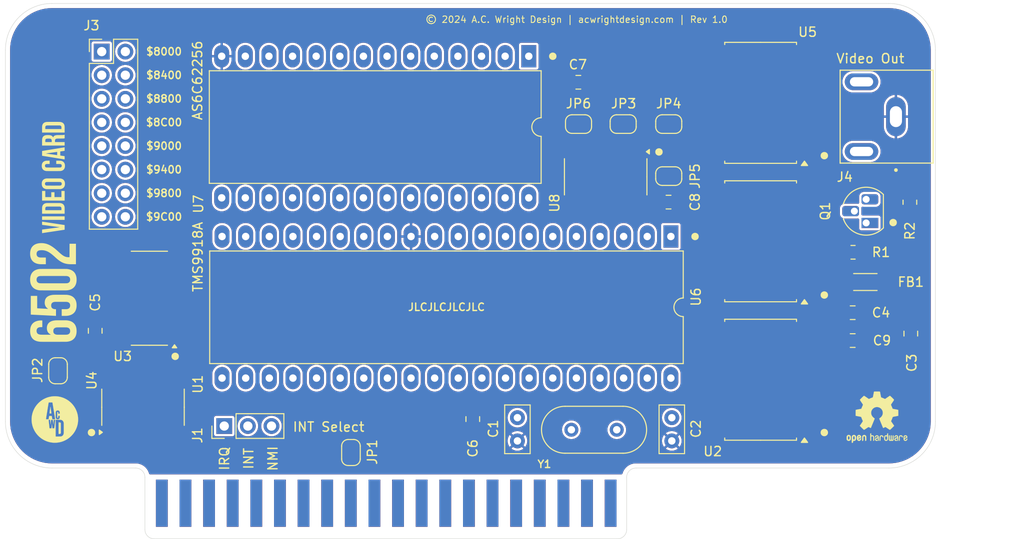
<source format=kicad_pcb>
(kicad_pcb (version 20240108) (generator "pcbnew") (generator_version "8.0")
  (title_block (title "6502 Video Card") (date "2024-06-22") (rev "1.0") (company "A.C. Wright Design"))
  (layers (0 "F.Cu" signal) (31 "B.Cu" signal) (34 "B.Paste" user) (35 "F.Paste" user) (36 "B.SilkS" user "B.Silkscreen") (37 "F.SilkS" user "F.Silkscreen") (38 "B.Mask" user) (39 "F.Mask" user) (44 "Edge.Cuts" user))
  (net 0 "")
  (net 1 "GND")
  (net 2 "VCC")
  (net 3 "IRQB")
  (net 4 "RWB")
  (net 5 "XTAL1")
  (net 6 "RESB")
  (net 7 "A15")
  (net 9 "A12")
  (net 10 "D6")
  (net 11 "D3")
  (net 12 "D7")
  (net 13 "D5")
  (net 14 "A11")
  (net 18 "XTAL2")
  (net 20 "A14")
  (net 25 "A13")
  (net 26 "A10")
  (net 27 "Net-(Q1-C)")
  (net 29 "D1")
  (net 30 "D2")
  (net 31 "CSB")
  (net 32 "/$8400")
  (net 33 "/$9800")
  (net 34 "/$9400")
  (net 35 "/$8C00")
  (net 36 "/$9000")
  (net 37 "/$8800")
  (net 38 "/$8000")
  (net 39 "/$9C00")
  (net 41 "D0")
  (net 43 "NMIB")
  (net 44 "PHI2")
  (net 45 "D4")
  (net 47 "A0")
  (net 51 "Net-(J4-In)")
  (net 52 "Net-(JP2-B)")
  (net 53 "Net-(JP1-A)")
  (net 54 "COL")
  (net 55 "Net-(JP3-A)")
  (net 56 "COMVID")
  (net 57 "AD3")
  (net 58 "~{CSR}")
  (net 59 "~{CAS}")
  (net 60 "RD7")
  (net 62 "AD5")
  (net 64 "AD1")
  (net 65 "AD0")
  (net 66 "AD4")
  (net 67 "RD1")
  (net 68 "~{RAS}")
  (net 70 "AD7")
  (net 71 "RD3")
  (net 72 "RD0")
  (net 73 "RD4")
  (net 74 "R{slash}~{W}")
  (net 75 "AD2")
  (net 76 "AD6")
  (net 77 "RD5")
  (net 78 "~{CSW}")
  (net 79 "RD2")
  (net 80 "RD6")
  (net 81 "WR")
  (net 82 "RA2")
  (net 83 "RA6")
  (net 84 "RA3")
  (net 85 "ROW")
  (net 86 "RA4")
  (net 87 "RA1")
  (net 88 "RA0")
  (net 89 "RA5")
  (net 90 "Net-(JP4-B)")
  (net 91 "Net-(JP6-A)")
  (net 92 "Net-(U4-Pad3)")
  (net 93 "RA12")
  (net 94 "RA11")
  (net 95 "RA9")
  (net 96 "RA8")
  (net 97 "RA10")
  (net 98 "RA7")
  (net 99 "RA13")
  (net 101 "Net-(U8-Pad13)")
  (net 103 "~{INT}")
  (footprint "Capacitor_THT:C_Disc_D5.0mm_W2.5mm_P2.50mm" (layer "F.Cu") (at 144.8 114.9 -90)
    (property "Reference" "C1" (at 1.2 2.6 90) (layer "F.SilkS"))
    (property "Value" "32pF" (hide yes))
    (pad "1" thru_hole circle (at 0 0 270) (size 1.6 1.6) (drill 0.8) (layers "*.Cu" "*.Mask") (net 5 "XTAL1"))
    (pad "2" thru_hole circle (at 2.5 0 270) (size 1.6 1.6) (drill 0.8) (layers "*.Cu" "*.Mask") (net 1 "GND"))
  )
  (footprint "Package_SO:SOIC-20W_7.5x12.8mm_P1.27mm" (layer "F.Cu") (at 170.95 110.815 180)
    (property "Reference" "U2" (at 5.15 -7.715 0) (layer "F.SilkS"))
    (property "Value" "74HCT574" (hide yes))
    (pad "1" smd roundrect (at -4.65 -5.715 180) (size 2.05 0.6) (layers "F.Cu" "F.Paste" "F.Mask") (net 74 "R{slash}~{W}"))
    (pad "2" smd roundrect (at -4.65 -4.445 180) (size 2.05 0.6) (layers "F.Cu" "F.Paste" "F.Mask") (net 65 "AD0"))
    (pad "3" smd roundrect (at -4.65 -3.175 180) (size 2.05 0.6) (layers "F.Cu" "F.Paste" "F.Mask") (net 64 "AD1"))
    (pad "4" smd roundrect (at -4.65 -1.905 180) (size 2.05 0.6) (layers "F.Cu" "F.Paste" "F.Mask") (net 75 "AD2"))
    (pad "5" smd roundrect (at -4.65 -0.635 180) (size 2.05 0.6) (layers "F.Cu" "F.Paste" "F.Mask") (net 57 "AD3"))
    (pad "6" smd roundrect (at -4.65 0.635 180) (size 2.05 0.6) (layers "F.Cu" "F.Paste" "F.Mask") (net 66 "AD4"))
    (pad "7" smd roundrect (at -4.65 1.905 180) (size 2.05 0.6) (layers "F.Cu" "F.Paste" "F.Mask") (net 62 "AD5"))
    (pad "8" smd roundrect (at -4.65 3.175 180) (size 2.05 0.6) (layers "F.Cu" "F.Paste" "F.Mask") (net 76 "AD6"))
    (pad "9" smd roundrect (at -4.65 4.445 180) (size 2.05 0.6) (layers "F.Cu" "F.Paste" "F.Mask") (net 70 "AD7"))
    (pad "10" smd roundrect (at -4.65 5.715 180) (size 2.05 0.6) (layers "F.Cu" "F.Paste" "F.Mask") (net 1 "GND"))
    (pad "11" smd roundrect (at 4.65 5.715 180) (size 2.05 0.6) (layers "F.Cu" "F.Paste" "F.Mask") (net 81 "WR"))
    (pad "12" smd roundrect (at 4.65 4.445 180) (size 2.05 0.6) (layers "F.Cu" "F.Paste" "F.Mask") (net 60 "RD7"))
    (pad "13" smd roundrect (at 4.65 3.175 180) (size 2.05 0.6) (layers "F.Cu" "F.Paste" "F.Mask") (net 80 "RD6"))
    (pad "14" smd roundrect (at 4.65 1.905 180) (size 2.05 0.6) (layers "F.Cu" "F.Paste" "F.Mask") (net 77 "RD5"))
    (pad "15" smd roundrect (at 4.65 0.635 180) (size 2.05 0.6) (layers "F.Cu" "F.Paste" "F.Mask") (net 73 "RD4"))
    (pad "16" smd roundrect (at 4.65 -0.635 180) (size 2.05 0.6) (layers "F.Cu" "F.Paste" "F.Mask") (net 71 "RD3"))
    (pad "17" smd roundrect (at 4.65 -1.905 180) (size 2.05 0.6) (layers "F.Cu" "F.Paste" "F.Mask") (net 79 "RD2"))
    (pad "18" smd roundrect (at 4.65 -3.175 180) (size 2.05 0.6) (layers "F.Cu" "F.Paste" "F.Mask") (net 67 "RD1"))
    (pad "19" smd roundrect (at 4.65 -4.445 180) (size 2.05 0.6) (layers "F.Cu" "F.Paste" "F.Mask") (net 72 "RD0"))
    (pad "20" smd roundrect (at 4.65 -5.715 180) (size 2.05 0.6) (layers "F.Cu" "F.Paste" "F.Mask") (net 2 "VCC"))
  )
  (footprint "Package_TO_SOT_THT:TO-92_HandSolder" (layer "F.Cu") (at 182.3 93.94 90)
    (property "Reference" "Q1" (at 1.27 -4.4 90) (layer "F.SilkS"))
    (property "Value" "2N4401" (hide yes))
    (pad "1" thru_hole rect (at 0 0 90) (size 1.1 1.8) (drill 0.75 (offset 0 0.4)) (layers "*.Cu" "*.Mask") (net 27 "Net-(Q1-C)"))
    (pad "2" thru_hole roundrect (at 1.27 -1.27 90) (size 1.1 1.8) (drill 0.75 (offset 0 -0.4)) (layers "*.Cu" "*.Mask") (net 56 "COMVID"))
    (pad "3" thru_hole roundrect (at 2.54 0 90) (size 1.1 1.8) (drill 0.75 (offset 0 0.4)) (layers "*.Cu" "*.Mask") (net 51 "Net-(J4-In)"))
  )
  (footprint "Symbol:OSHW-Logo2_7.3x6mm_SilkScreen" (layer "F.Cu") (at 183.462 114.846)
    (property "Reference" "REF**" (hide yes))
    (property "Value" "OSHW-Logo2_7.3x6mm_SilkScreen" (hide yes))
  )
  (footprint "Jumper:SolderJumper-2_P1.3mm_Bridged_RoundedPad1.0x1.5mm" (layer "F.Cu") (at 95.4 109.85 -90)
    (property "Reference" "JP2" (at -0.05 2.2 90) (layer "F.SilkS"))
    (property "Value" "SolderJumper_2_Bridged" (hide yes))
    (fp_poly (pts (xy 0.25 -0.3) (xy -0.25 -0.3) (xy -0.25 0.3) (xy 0.25 0.3)) (fill solid) (layer "F.Cu"))
    (pad "1" smd custom (at -0.65 0 270) (size 1 0.5) (layers "F.Cu" "F.Mask") (net 53 "Net-(JP1-A)") (options (clearance outline) (anchor rect)) (primitives (gr_circle (center 0 0.25) (end 0.5 0.25) (width 0) (fill yes)) (gr_circle (center 0 -0.25) (end 0.5 -0.25) (width 0) (fill yes)) (gr_poly (pts (xy 0.5 0.75) (xy 0 0.75) (xy 0 -0.75) (xy 0.5 -0.75)) (width 0) (fill yes))))
    (pad "2" smd custom (at 0.65 0 270) (size 1 0.5) (layers "F.Cu" "F.Mask") (net 52 "Net-(JP2-B)") (options (clearance outline) (anchor rect)) (primitives (gr_circle (center 0 0.25) (end 0.5 0.25) (width 0) (fill yes)) (gr_circle (center 0 -0.25) (end 0.5 -0.25) (width 0) (fill yes)) (gr_poly (pts (xy 0 0.75) (xy -0.5 0.75) (xy -0.5 -0.75) (xy 0 -0.75)) (width 0) (fill yes))))
  )
  (footprint "Package_SO:SOIC-20W_7.5x12.8mm_P1.27mm" (layer "F.Cu") (at 170.95 81.015 180)
    (property "Reference" "U5" (at -5.05 7.615 0) (layer "F.SilkS"))
    (property "Value" "74HCT574" (hide yes))
    (pad "1" smd roundrect (at -4.65 -5.715 180) (size 2.05 0.6) (layers "F.Cu" "F.Paste" "F.Mask") (net 1 "GND"))
    (pad "2" smd roundrect (at -4.65 -4.445 180) (size 2.05 0.6) (layers "F.Cu" "F.Paste" "F.Mask") (net 65 "AD0"))
    (pad "3" smd roundrect (at -4.65 -3.175 180) (size 2.05 0.6) (layers "F.Cu" "F.Paste" "F.Mask") (net 64 "AD1"))
    (pad "4" smd roundrect (at -4.65 -1.905 180) (size 2.05 0.6) (layers "F.Cu" "F.Paste" "F.Mask") (net 75 "AD2"))
    (pad "5" smd roundrect (at -4.65 -0.635 180) (size 2.05 0.6) (layers "F.Cu" "F.Paste" "F.Mask") (net 57 "AD3"))
    (pad "6" smd roundrect (at -4.65 0.635 180) (size 2.05 0.6) (layers "F.Cu" "F.Paste" "F.Mask") (net 66 "AD4"))
    (pad "7" smd roundrect (at -4.65 1.905 180) (size 2.05 0.6) (layers "F.Cu" "F.Paste" "F.Mask") (net 62 "AD5"))
    (pad "8" smd roundrect (at -4.65 3.175 180) (size 2.05 0.6) (layers "F.Cu" "F.Paste" "F.Mask") (net 76 "AD6"))
    (pad "9" smd roundrect (at -4.65 4.445 180) (size 2.05 0.6) (layers "F.Cu" "F.Paste" "F.Mask") (net 70 "AD7"))
    (pad "10" smd roundrect (at -4.65 5.715 180) (size 2.05 0.6) (layers "F.Cu" "F.Paste" "F.Mask") (net 1 "GND"))
    (pad "11" smd roundrect (at 4.65 5.715 180) (size 2.05 0.6) (layers "F.Cu" "F.Paste" "F.Mask") (net 85 "ROW"))
    (pad "12" smd roundrect (at 4.65 4.445 180) (size 2.05 0.6) (layers "F.Cu" "F.Paste" "F.Mask") (net 83 "RA6"))
    (pad "13" smd roundrect (at 4.65 3.175 180) (size 2.05 0.6) (layers "F.Cu" "F.Paste" "F.Mask") (net 89 "RA5"))
    (pad "14" smd roundrect (at 4.65 1.905 180) (size 2.05 0.6) (layers "F.Cu" "F.Paste" "F.Mask") (net 86 "RA4"))
    (pad "15" smd roundrect (at 4.65 0.635 180) (size 2.05 0.6) (layers "F.Cu" "F.Paste" "F.Mask") (net 84 "RA3"))
    (pad "16" smd roundrect (at 4.65 -0.635 180) (size 2.05 0.6) (layers "F.Cu" "F.Paste" "F.Mask") (net 82 "RA2"))
    (pad "17" smd roundrect (at 4.65 -1.905 180) (size 2.05 0.6) (layers "F.Cu" "F.Paste" "F.Mask") (net 87 "RA1"))
    (pad "18" smd roundrect (at 4.65 -3.175 180) (size 2.05 0.6) (layers "F.Cu" "F.Paste" "F.Mask") (net 88 "RA0"))
    (pad "19" smd roundrect (at 4.65 -4.445 180) (size 2.05 0.6) (layers "F.Cu" "F.Paste" "F.Mask"))
    (pad "20" smd roundrect (at 4.65 -5.715 180) (size 2.05 0.6) (layers "F.Cu" "F.Paste" "F.Mask") (net 2 "VCC"))
  )
  (footprint "Capacitor_SMD:C_0805_2012Metric" (layer "F.Cu") (at 151.35 78.8)
    (property "Reference" "C7" (at -0.05 -1.9 0) (layer "F.SilkS"))
    (property "Value" "100nF" (hide yes))
    (pad "1" smd roundrect (at -0.95 0) (size 1 1.45) (layers "F.Cu" "F.Paste" "F.Mask") (net 2 "VCC"))
    (pad "2" smd roundrect (at 0.95 0) (size 1 1.45) (layers "F.Cu" "F.Paste" "F.Mask") (net 1 "GND"))
  )
  (footprint "Jumper:SolderJumper-2_P1.3mm_Bridged_RoundedPad1.0x1.5mm" (layer "F.Cu") (at 161.07 88.9)
    (property "Reference" "JP5" (at 2.83 0 90) (layer "F.SilkS"))
    (property "Value" "SolderJumper_2_Open" (hide yes))
    (fp_poly (pts (xy 0.25 -0.3) (xy -0.25 -0.3) (xy -0.25 0.3) (xy 0.25 0.3)) (fill solid) (layer "F.Cu"))
    (pad "1" smd custom (at -0.65 0) (size 1 0.5) (layers "F.Cu" "F.Mask") (net 54 "COL") (options (clearance outline) (anchor rect)) (primitives (gr_circle (center 0 0.25) (end 0.5 0.25) (width 0) (fill yes)) (gr_circle (center 0 -0.25) (end 0.5 -0.25) (width 0) (fill yes)) (gr_poly (pts (xy 0.5 0.75) (xy 0 0.75) (xy 0 -0.75) (xy 0.5 -0.75)) (width 0) (fill yes))))
    (pad "2" smd custom (at 0.65 0) (size 1 0.5) (layers "F.Cu" "F.Mask") (net 90 "Net-(JP4-B)") (options (clearance outline) (anchor rect)) (primitives (gr_circle (center 0 0.25) (end 0.5 0.25) (width 0) (fill yes)) (gr_circle (center 0 -0.25) (end 0.5 -0.25) (width 0) (fill yes)) (gr_poly (pts (xy 0 0.75) (xy -0.5 0.75) (xy -0.5 -0.75) (xy 0 -0.75)) (width 0) (fill yes))))
  )
  (footprint "Package_DIP:DIP-28_W15.24mm_LongPads" (layer "F.Cu") (at 146.02 76 -90)
    (property "Reference" "U7" (at 15.9 35.52 90) (layer "F.SilkS"))
    (property "Value" "AS6C62256" (at 2.6 35.62 90) (layer "F.SilkS"))
    (pad "1" thru_hole rect (at 0 0 270) (size 2.4 1.6) (drill 0.8) (layers "*.Cu" "*.Mask") (net 99 "RA13"))
    (pad "2" thru_hole oval (at 0 2.54 270) (size 2.4 1.6) (drill 0.8) (layers "*.Cu" "*.Mask") (net 93 "RA12"))
    (pad "3" thru_hole oval (at 0 5.08 270) (size 2.4 1.6) (drill 0.8) (layers "*.Cu" "*.Mask") (net 98 "RA7"))
    (pad "4" thru_hole oval (at 0 7.62 270) (size 2.4 1.6) (drill 0.8) (layers "*.Cu" "*.Mask") (net 83 "RA6"))
    (pad "5" thru_hole oval (at 0 10.16 270) (size 2.4 1.6) (drill 0.8) (layers "*.Cu" "*.Mask") (net 89 "RA5"))
    (pad "6" thru_hole oval (at 0 12.7 270) (size 2.4 1.6) (drill 0.8) (layers "*.Cu" "*.Mask") (net 86 "RA4"))
    (pad "7" thru_hole oval (at 0 15.24 270) (size 2.4 1.6) (drill 0.8) (layers "*.Cu" "*.Mask") (net 84 "RA3"))
    (pad "8" thru_hole oval (at 0 17.78 270) (size 2.4 1.6) (drill 0.8) (layers "*.Cu" "*.Mask") (net 82 "RA2"))
    (pad "9" thru_hole oval (at 0 20.32 270) (size 2.4 1.6) (drill 0.8) (layers "*.Cu" "*.Mask") (net 87 "RA1"))
    (pad "10" thru_hole oval (at 0 22.86 270) (size 2.4 1.6) (drill 0.8) (layers "*.Cu" "*.Mask") (net 88 "RA0"))
    (pad "11" thru_hole oval (at 0 25.4 270) (size 2.4 1.6) (drill 0.8) (layers "*.Cu" "*.Mask") (net 72 "RD0"))
    (pad "12" thru_hole oval (at 0 27.94 270) (size 2.4 1.6) (drill 0.8) (layers "*.Cu" "*.Mask") (net 67 "RD1"))
    (pad "13" thru_hole oval (at 0 30.48 270) (size 2.4 1.6) (drill 0.8) (layers "*.Cu" "*.Mask") (net 79 "RD2"))
    (pad "14" thru_hole oval (at 0 33.02 270) (size 2.4 1.6) (drill 0.8) (layers "*.Cu" "*.Mask") (net 1 "GND"))
    (pad "15" thru_hole oval (at 15.24 33.02 270) (size 2.4 1.6) (drill 0.8) (layers "*.Cu" "*.Mask") (net 71 "RD3"))
    (pad "16" thru_hole oval (at 15.24 30.48 270) (size 2.4 1.6) (drill 0.8) (layers "*.Cu" "*.Mask") (net 73 "RD4"))
    (pad "17" thru_hole oval (at 15.24 27.94 270) (size 2.4 1.6) (drill 0.8) (layers "*.Cu" "*.Mask") (net 77 "RD5"))
    (pad "18" thru_hole oval (at 15.24 25.4 270) (size 2.4 1.6) (drill 0.8) (layers "*.Cu" "*.Mask") (net 80 "RD6"))
    (pad "19" thru_hole oval (at 15.24 22.86 270) (size 2.4 1.6) (drill 0.8) (layers "*.Cu" "*.Mask") (net 60 "RD7"))
    (pad "20" thru_hole oval (at 15.24 20.32 270) (size 2.4 1.6) (drill 0.8) (layers "*.Cu" "*.Mask") (net 59 "~{CAS}"))
    (pad "21" thru_hole oval (at 15.24 17.78 270) (size 2.4 1.6) (drill 0.8) (layers "*.Cu" "*.Mask") (net 97 "RA10"))
    (pad "22" thru_hole oval (at 15.24 15.24 270) (size 2.4 1.6) (drill 0.8) (layers "*.Cu" "*.Mask") (net 81 "WR"))
    (pad "23" thru_hole oval (at 15.24 12.7 270) (size 2.4 1.6) (drill 0.8) (layers "*.Cu" "*.Mask") (net 94 "RA11"))
    (pad "24" thru_hole oval (at 15.24 10.16 270) (size 2.4 1.6) (drill 0.8) (layers "*.Cu" "*.Mask") (net 95 "RA9"))
    (pad "25" thru_hole oval (at 15.24 7.62 270) (size 2.4 1.6) (drill 0.8) (layers "*.Cu" "*.Mask") (net 96 "RA8"))
    (pad "26" thru_hole oval (at 15.24 5.08 270) (size 2.4 1.6) (drill 0.8) (layers "*.Cu" "*.Mask") (net 99 "RA13"))
    (pad "27" thru_hole oval (at 15.24 2.54 270) (size 2.4 1.6) (drill 0.8) (layers "*.Cu" "*.Mask") (net 74 "R{slash}~{W}"))
    (pad "28" thru_hole oval (at 15.24 0 270) (size 2.4 1.6) (drill 0.8) (layers "*.Cu" "*.Mask") (net 2 "VCC"))
  )
  (footprint "Jumper:SolderJumper-2_P1.3mm_Open_RoundedPad1.0x1.5mm" (layer "F.Cu") (at 126.9 118.65 -90)
    (property "Reference" "JP1" (at -0.05 -2.3 90) (layer "F.SilkS"))
    (property "Value" "SolderJumper_2_Open" (hide yes))
    (pad "1" smd custom (at -0.65 0 270) (size 1 0.5) (layers "F.Cu" "F.Mask") (net 53 "Net-(JP1-A)") (options (clearance outline) (anchor rect)) (primitives (gr_circle (center 0 0.25) (end 0.5 0.25) (width 0) (fill yes)) (gr_circle (center 0 -0.25) (end 0.5 -0.25) (width 0) (fill yes)) (gr_poly (pts (xy 0.5 0.75) (xy 0 0.75) (xy 0 -0.75) (xy 0.5 -0.75)) (width 0) (fill yes))))
    (pad "2" smd custom (at 0.65 0 270) (size 1 0.5) (layers "F.Cu" "F.Mask") (net 44 "PHI2") (options (clearance outline) (anchor rect)) (primitives (gr_circle (center 0 0.25) (end 0.5 0.25) (width 0) (fill yes)) (gr_circle (center 0 -0.25) (end 0.5 -0.25) (width 0) (fill yes)) (gr_poly (pts (xy 0 0.75) (xy -0.5 0.75) (xy -0.5 -0.75) (xy 0 -0.75)) (width 0) (fill yes))))
  )
  (footprint "Package_DIP:DIP-40_W15.24mm_LongPads" (layer "F.Cu") (at 161.3 95.4 -90)
    (property "Reference" "U1" (at 15.9 50.86 90) (layer "F.SilkS"))
    (property "Value" "TMS9918A" (at 2.2 50.86 90) (layer "F.SilkS"))
    (pad "1" thru_hole rect (at 0 0 270) (size 2.4 1.6) (drill 0.8) (layers "*.Cu" "*.Mask") (net 68 "~{RAS}"))
    (pad "2" thru_hole oval (at 0 2.54 270) (size 2.4 1.6) (drill 0.8) (layers "*.Cu" "*.Mask") (net 59 "~{CAS}"))
    (pad "3" thru_hole oval (at 0 5.08 270) (size 2.4 1.6) (drill 0.8) (layers "*.Cu" "*.Mask") (net 70 "AD7"))
    (pad "4" thru_hole oval (at 0 7.62 270) (size 2.4 1.6) (drill 0.8) (layers "*.Cu" "*.Mask") (net 76 "AD6"))
    (pad "5" thru_hole oval (at 0 10.16 270) (size 2.4 1.6) (drill 0.8) (layers "*.Cu" "*.Mask") (net 62 "AD5"))
    (pad "6" thru_hole oval (at 0 12.7 270) (size 2.4 1.6) (drill 0.8) (layers "*.Cu" "*.Mask") (net 66 "AD4"))
    (pad "7" thru_hole oval (at 0 15.24 270) (size 2.4 1.6) (drill 0.8) (layers "*.Cu" "*.Mask") (net 57 "AD3"))
    (pad "8" thru_hole oval (at 0 17.78 270) (size 2.4 1.6) (drill 0.8) (layers "*.Cu" "*.Mask") (net 75 "AD2"))
    (pad "9" thru_hole oval (at 0 20.32 270) (size 2.4 1.6) (drill 0.8) (layers "*.Cu" "*.Mask") (net 64 "AD1"))
    (pad "10" thru_hole oval (at 0 22.86 270) (size 2.4 1.6) (drill 0.8) (layers "*.Cu" "*.Mask") (net 65 "AD0"))
    (pad "11" thru_hole oval (at 0 25.4 270) (size 2.4 1.6) (drill 0.8) (layers "*.Cu" "*.Mask") (net 74 "R{slash}~{W}"))
    (pad "12" thru_hole oval (at 0 27.94 270) (size 2.4 1.6) (drill 0.8) (layers "*.Cu" "*.Mask") (net 1 "GND"))
    (pad "13" thru_hole oval (at 0 30.48 270) (size 2.4 1.6) (drill 0.8) (layers "*.Cu" "*.Mask") (net 47 "A0"))
    (pad "14" thru_hole oval (at 0 33.02 270) (size 2.4 1.6) (drill 0.8) (layers "*.Cu" "*.Mask") (net 78 "~{CSW}"))
    (pad "15" thru_hole oval (at 0 35.56 270) (size 2.4 1.6) (drill 0.8) (layers "*.Cu" "*.Mask") (net 58 "~{CSR}"))
    (pad "16" thru_hole oval (at 0 38.1 270) (size 2.4 1.6) (drill 0.8) (layers "*.Cu" "*.Mask") (net 103 "~{INT}"))
    (pad "17" thru_hole oval (at 0 40.64 270) (size 2.4 1.6) (drill 0.8) (layers "*.Cu" "*.Mask") (net 41 "D0"))
    (pad "18" thru_hole oval (at 0 43.18 270) (size 2.4 1.6) (drill 0.8) (layers "*.Cu" "*.Mask") (net 29 "D1"))
    (pad "19" thru_hole oval (at 0 45.72 270) (size 2.4 1.6) (drill 0.8) (layers "*.Cu" "*.Mask") (net 30 "D2"))
    (pad "20" thru_hole oval (at 0 48.26 270) (size 2.4 1.6) (drill 0.8) (layers "*.Cu" "*.Mask") (net 11 "D3"))
    (pad "21" thru_hole oval (at 15.24 48.26 270) (size 2.4 1.6) (drill 0.8) (layers "*.Cu" "*.Mask") (net 45 "D4"))
    (pad "22" thru_hole oval (at 15.24 45.72 270) (size 2.4 1.6) (drill 0.8) (layers "*.Cu" "*.Mask") (net 13 "D5"))
    (pad "23" thru_hole oval (at 15.24 43.18 270) (size 2.4 1.6) (drill 0.8) (layers "*.Cu" "*.Mask") (net 10 "D6"))
    (pad "24" thru_hole oval (at 15.24 40.64 270) (size 2.4 1.6) (drill 0.8) (layers "*.Cu" "*.Mask") (net 12 "D7"))
    (pad "25" thru_hole oval (at 15.24 38.1 270) (size 2.4 1.6) (drill 0.8) (layers "*.Cu" "*.Mask") (net 60 "RD7"))
    (pad "26" thru_hole oval (at 15.24 35.56 270) (size 2.4 1.6) (drill 0.8) (layers "*.Cu" "*.Mask") (net 80 "RD6"))
    (pad "27" thru_hole oval (at 15.24 33.02 270) (size 2.4 1.6) (drill 0.8) (layers "*.Cu" "*.Mask") (net 77 "RD5"))
    (pad "28" thru_hole oval (at 15.24 30.48 270) (size 2.4 1.6) (drill 0.8) (layers "*.Cu" "*.Mask") (net 73 "RD4"))
    (pad "29" thru_hole oval (at 15.24 27.94 270) (size 2.4 1.6) (drill 0.8) (layers "*.Cu" "*.Mask") (net 71 "RD3"))
    (pad "30" thru_hole oval (at 15.24 25.4 270) (size 2.4 1.6) (drill 0.8) (layers "*.Cu" "*.Mask") (net 79 "RD2"))
    (pad "31" thru_hole oval (at 15.24 22.86 270) (size 2.4 1.6) (drill 0.8) (layers "*.Cu" "*.Mask") (net 67 "RD1"))
    (pad "32" thru_hole oval (at 15.24 20.32 270) (size 2.4 1.6) (drill 0.8) (layers "*.Cu" "*.Mask") (net 72 "RD0"))
    (pad "33" thru_hole oval (at 15.24 17.78 270) (size 2.4 1.6) (drill 0.8) (layers "*.Cu" "*.Mask") (net 2 "VCC"))
    (pad "34" thru_hole oval (at 15.24 15.24 270) (size 2.4 1.6) (drill 0.8) (layers "*.Cu" "*.Mask") (net 6 "RESB"))
    (pad "35" thru_hole oval (at 15.24 12.7 270) (size 2.4 1.6) (drill 0.8) (layers "*.Cu" "*.Mask"))
    (pad "36" thru_hole oval (at 15.24 10.16 270) (size 2.4 1.6) (drill 0.8) (layers "*.Cu" "*.Mask") (net 56 "COMVID"))
    (pad "37" thru_hole oval (at 15.24 7.62 270) (size 2.4 1.6) (drill 0.8) (layers "*.Cu" "*.Mask"))
    (pad "38" thru_hole oval (at 15.24 5.08 270) (size 2.4 1.6) (drill 0.8) (layers "*.Cu" "*.Mask"))
    (pad "39" thru_hole oval (at 15.24 2.54 270) (size 2.4 1.6) (drill 0.8) (layers "*.Cu" "*.Mask") (net 5 "XTAL1"))
    (pad "40" thru_hole oval (at 15.24 0 270) (size 2.4 1.6) (drill 0.8) (layers "*.Cu" "*.Mask") (net 18 "XTAL2"))
  )
  (footprint "Connector_PinHeader_2.54mm:PinHeader_1x03_P2.54mm_Vertical" (layer "F.Cu") (at 113.275 115.8 90)
    (property "Reference" "J1" (at -1 -2.875 90) (layer "F.SilkS"))
    (property "Value" "INT Select" (at -0.1 11.225 180) (layer "F.SilkS"))
    (pad "1" thru_hole rect (at 0 0 90) (size 1.7 1.7) (drill 1) (layers "*.Cu" "*.Mask") (net 3 "IRQB"))
    (pad "2" thru_hole oval (at 0 2.54 90) (size 1.7 1.7) (drill 1) (layers "*.Cu" "*.Mask") (net 103 "~{INT}"))
    (pad "3" thru_hole oval (at 0 5.08 90) (size 1.7 1.7) (drill 1) (layers "*.Cu" "*.Mask") (net 43 "NMIB"))
  )
  (footprint "Capacitor_SMD:C_0805_2012Metric" (layer "F.Cu") (at 180.85 106.6)
    (property "Reference" "C9" (at 3.15 0 0) (layer "F.SilkS"))
    (property "Value" "100nF" (hide yes))
    (pad "1" smd roundrect (at -0.95 0) (size 1 1.45) (layers "F.Cu" "F.Paste" "F.Mask") (net 2 "VCC"))
    (pad "2" smd roundrect (at 0.95 0) (size 1 1.45) (layers "F.Cu" "F.Paste" "F.Mask") (net 1 "GND"))
  )
  (footprint "Crystal:Crystal_HC49-U_Vertical" (layer "F.Cu") (at 155.48 116.2 180)
    (property "Reference" "Y1" (at 7.78 -3.7 180) (layer "F.SilkS") (effects (font (size 0.8 0.8))))
    (property "Value" "10.738635 MHz" (hide yes))
    (pad "1" thru_hole circle (at 0 0 180) (size 1.5 1.5) (drill 0.8) (layers "*.Cu" "*.Mask") (net 18 "XTAL2"))
    (pad "2" thru_hole circle (at 4.88 0 180) (size 1.5 1.5) (drill 0.8) (layers "*.Cu" "*.Mask") (net 5 "XTAL1"))
  )
  (footprint "Package_SO:SOIC-14_3.9x8.7mm_P1.27mm" (layer "F.Cu") (at 104.54 113.775 90)
    (property "Reference" "U4" (at 2.875 -5.51 90) (layer "F.SilkS"))
    (property "Value" "74HC00" (hide yes))
    (pad "1" smd roundrect (at -2.475 -3.81 90) (size 1.95 0.6) (layers "F.Cu" "F.Paste" "F.Mask") (net 31 "CSB"))
    (pad "2" smd roundrect (at -2.475 -2.54 90) (size 1.95 0.6) (layers "F.Cu" "F.Paste" "F.Mask") (net 31 "CSB"))
    (pad "3" smd roundrect (at -2.475 -1.27 90) (size 1.95 0.6) (layers "F.Cu" "F.Paste" "F.Mask") (net 92 "Net-(U4-Pad3)"))
    (pad "4" smd roundrect (at -2.475 0 90) (size 1.95 0.6) (layers "F.Cu" "F.Paste" "F.Mask") (net 92 "Net-(U4-Pad3)"))
    (pad "5" smd roundrect (at -2.475 1.27 90) (size 1.95 0.6) (layers "F.Cu" "F.Paste" "F.Mask") (net 4 "RWB"))
    (pad "6" smd roundrect (at -2.475 2.54 90) (size 1.95 0.6) (layers "F.Cu" "F.Paste" "F.Mask") (net 58 "~{CSR}"))
    (pad "7" smd roundrect (at -2.475 3.81 90) (size 1.95 0.6) (layers "F.Cu" "F.Paste" "F.Mask") (net 1 "GND"))
    (pad "8" smd roundrect (at 2.475 3.81 90) (size 1.95 0.6) (layers "F.Cu" "F.Paste" "F.Mask") (net 52 "Net-(JP2-B)"))
    (pad "9" smd roundrect (at 2.475 2.54 90) (size 1.95 0.6) (layers "F.Cu" "F.Paste" "F.Mask") (net 31 "CSB"))
    (pad "10" smd roundrect (at 2.475 1.27 90) (size 1.95 0.6) (layers "F.Cu" "F.Paste" "F.Mask") (net 4 "RWB"))
    (pad "11" smd roundrect (at 2.475 0 90) (size 1.95 0.6) (layers "F.Cu" "F.Paste" "F.Mask") (net 78 "~{CSW}"))
    (pad "12" smd roundrect (at 2.475 -1.27 90) (size 1.95 0.6) (layers "F.Cu" "F.Paste" "F.Mask") (net 53 "Net-(JP1-A)"))
    (pad "13" smd roundrect (at 2.475 -2.54 90) (size 1.95 0.6) (layers "F.Cu" "F.Paste" "F.Mask") (net 52 "Net-(JP2-B)"))
    (pad "14" smd roundrect (at 2.475 -3.81 90) (size 1.95 0.6) (layers "F.Cu" "F.Paste" "F.Mask") (net 2 "VCC"))
  )
  (footprint "Capacitor_SMD:C_0805_2012Metric" (layer "F.Cu") (at 180.85 103.6 180)
    (property "Reference" "C4" (at -3.05 0 0) (layer "F.SilkS"))
    (property "Value" "100nF" (hide yes))
    (pad "1" smd roundrect (at -0.95 0 180) (size 1 1.45) (layers "F.Cu" "F.Paste" "F.Mask") (net 2 "VCC"))
    (pad "2" smd roundrect (at 0.95 0 180) (size 1 1.45) (layers "F.Cu" "F.Paste" "F.Mask") (net 1 "GND"))
  )
  (footprint "Package_SO:SOIC-20W_7.5x12.8mm_P1.27mm" (layer "F.Cu") (at 170.95 95.915 180)
    (property "Reference" "U6" (at 6.95 -5.985 90) (layer "F.SilkS"))
    (property "Value" "74HCT574" (hide yes))
    (pad "1" smd roundrect (at -4.65 -5.715 180) (size 2.05 0.6) (layers "F.Cu" "F.Paste" "F.Mask") (net 1 "GND"))
    (pad "2" smd roundrect (at -4.65 -4.445 180) (size 2.05 0.6) (layers "F.Cu" "F.Paste" "F.Mask") (net 65 "AD0"))
    (pad "3" smd roundrect (at -4.65 -3.175 180) (size 2.05 0.6) (layers "F.Cu" "F.Paste" "F.Mask") (net 64 "AD1"))
    (pad "4" smd roundrect (at -4.65 -1.905 180) (size 2.05 0.6) (layers "F.Cu" "F.Paste" "F.Mask") (net 75 "AD2"))
    (pad "5" smd roundrect (at -4.65 -0.635 180) (size 2.05 0.6) (layers "F.Cu" "F.Paste" "F.Mask") (net 57 "AD3"))
    (pad "6" smd roundrect (at -4.65 0.635 180) (size 2.05 0.6) (layers "F.Cu" "F.Paste" "F.Mask") (net 66 "AD4"))
    (pad "7" smd roundrect (at -4.65 1.905 180) (size 2.05 0.6) (layers "F.Cu" "F.Paste" "F.Mask") (net 62 "AD5"))
    (pad "8" smd roundrect (at -4.65 3.175 180) (size 2.05 0.6) (layers "F.Cu" "F.Paste" "F.Mask") (net 76 "AD6"))
    (pad "9" smd roundrect (at -4.65 4.445 180) (size 2.05 0.6) (layers "F.Cu" "F.Paste" "F.Mask") (net 70 "AD7"))
    (pad "10" smd roundrect (at -4.65 5.715 180) (size 2.05 0.6) (layers "F.Cu" "F.Paste" "F.Mask") (net 1 "GND"))
    (pad "11" smd roundrect (at 4.65 5.715 180) (size 2.05 0.6) (layers "F.Cu" "F.Paste" "F.Mask") (net 54 "COL"))
    (pad "12" smd roundrect (at 4.65 4.445 180) (size 2.05 0.6) (layers "F.Cu" "F.Paste" "F.Mask") (net 99 "RA13"))
    (pad "13" smd roundrect (at 4.65 3.175 180) (size 2.05 0.6) (layers "F.Cu" "F.Paste" "F.Mask") (net 93 "RA12"))
    (pad "14" smd roundrect (at 4.65 1.905 180) (size 2.05 0.6) (layers "F.Cu" "F.Paste" "F.Mask") (net 94 "RA11"))
    (pad "15" smd roundrect (at 4.65 0.635 180) (size 2.05 0.6) (layers "F.Cu" "F.Paste" "F.Mask") (net 97 "RA10"))
    (pad "16" smd roundrect (at 4.65 -0.635 180) (size 2.05 0.6) (layers "F.Cu" "F.Paste" "F.Mask") (net 95 "RA9"))
    (pad "17" smd roundrect (at 4.65 -1.905 180) (size 2.05 0.6) (layers "F.Cu" "F.Paste" "F.Mask") (net 96 "RA8"))
    (pad "18" smd roundrect (at 4.65 -3.175 180) (size 2.05 0.6) (layers "F.Cu" "F.Paste" "F.Mask") (net 98 "RA7"))
    (pad "19" smd roundrect (at 4.65 -4.445 180) (size 2.05 0.6) (layers "F.Cu" "F.Paste" "F.Mask"))
    (pad "20" smd roundrect (at 4.65 -5.715 180) (size 2.05 0.6) (layers "F.Cu" "F.Paste" "F.Mask") (net 2 "VCC"))
  )
  (footprint "Package_SO:SOIC-16_3.9x9.9mm_P1.27mm" (layer "F.Cu") (at 105.225 102.045 180)
    (property "Reference" "U3" (at 2.875 -6.255 0) (layer "F.SilkS"))
    (property "Value" "74HC138" (hide yes))
    (pad "1" smd roundrect (at -2.475 -4.445 180) (size 1.95 0.6) (layers "F.Cu" "F.Paste" "F.Mask") (net 26 "A10"))
    (pad "2" smd roundrect (at -2.475 -3.175 180) (size 1.95 0.6) (layers "F.Cu" "F.Paste" "F.Mask") (net 14 "A11"))
    (pad "3" smd roundrect (at -2.475 -1.905 180) (size 1.95 0.6) (layers "F.Cu" "F.Paste" "F.Mask") (net 9 "A12"))
    (pad "4" smd roundrect (at -2.475 -0.635 180) (size 1.95 0.6) (layers "F.Cu" "F.Paste" "F.Mask") (net 25 "A13"))
    (pad "5" smd roundrect (at -2.475 0.635 180) (size 1.95 0.6) (layers "F.Cu" "F.Paste" "F.Mask") (net 20 "A14"))
    (pad "6" smd roundrect (at -2.475 1.905 180) (size 1.95 0.6) (layers "F.Cu" "F.Paste" "F.Mask") (net 7 "A15"))
    (pad "7" smd roundrect (at -2.475 3.175 180) (size 1.95 0.6) (layers "F.Cu" "F.Paste" "F.Mask") (net 39 "/$9C00"))
    (pad "8" smd roundrect (at -2.475 4.445 180) (size 1.95 0.6) (layers "F.Cu" "F.Paste" "F.Mask") (net 1 "GND"))
    (pad "9" smd roundrect (at 2.475 4.445 180) (size 1.95 0.6) (layers "F.Cu" "F.Paste" "F.Mask") (net 33 "/$9800"))
    (pad "10" smd roundrect (at 2.475 3.175 180) (size 1.95 0.6) (layers "F.Cu" "F.Paste" "F.Mask") (net 34 "/$9400"))
    (pad "11" smd roundrect (at 2.475 1.905 180) (size 1.95 0.6) (layers "F.Cu" "F.Paste" "F.Mask") (net 36 "/$9000"))
    (pad "12" smd roundrect (at 2.475 0.635 180) (size 1.95 0.6) (layers "F.Cu" "F.Paste" "F.Mask") (net 35 "/$8C00"))
    (pad "13" smd roundrect (at 2.475 -0.635 180) (size 1.95 0.6) (layers "F.Cu" "F.Paste" "F.Mask") (net 37 "/$8800"))
    (pad "14" smd roundrect (at 2.475 -1.905 180) (size 1.95 0.6) (layers "F.Cu" "F.Paste" "F.Mask") (net 32 "/$8400"))
    (pad "15" smd roundrect (at 2.475 -3.175 180) (size 1.95 0.6) (layers "F.Cu" "F.Paste" "F.Mask") (net 38 "/$8000"))
    (pad "16" smd roundrect (at 2.475 -4.445 180) (size 1.95 0.6) (layers "F.Cu" "F.Paste" "F.Mask") (net 2 "VCC"))
  )
  (footprint "Capacitor_THT:C_Disc_D5.0mm_W2.5mm_P2.50mm" (layer "F.Cu") (at 161.4 114.9 -90)
    (property "Reference" "C2" (at 1.2 -2.6 90) (layer "F.SilkS"))
    (property "Value" "32pF" (hide yes))
    (pad "1" thru_hole circle (at 0 0 270) (size 1.6 1.6) (drill 0.8) (layers "*.Cu" "*.Mask") (net 18 "XTAL2"))
    (pad "2" thru_hole circle (at 2.5 0 270) (size 1.6 1.6) (drill 0.8) (layers "*.Cu" "*.Mask") (net 1 "GND"))
  )
  (footprint "6502 Parts:SWITCHCRAFT_PJRAN1X1U02X" (layer "F.Cu") (at 185.5 82.5 90)
    (property "Reference" "J4" (at -6.5 -5.5 0) (layer "F.SilkS"))
    (property "Value" "Video Out" (at 6.25 -2.75 180) (layer "F.SilkS"))
    (pad "1" thru_hole oval (at 0 0 90) (size 4.2 2.1) (drill oval 2.25 1.3) (layers "*.Cu" "*.Mask") (net 1 "GND"))
    (pad "2" thru_hole oval (at -3.75 -3.7 90) (size 1.8 3.6) (drill oval 1 2.5) (layers "*.Cu" "*.Mask") (net 51 "Net-(J4-In)"))
    (pad "2" thru_hole oval (at 3.75 -3.7 90) (size 1.8 3.6) (drill oval 1 2.5) (layers "*.Cu" "*.Mask") (net 51 "Net-(J4-In)"))
  )
  (footprint "Jumper:SolderJumper-2_P1.3mm_Open_RoundedPad1.0x1.5mm" (layer "F.Cu") (at 151.37 83.3 180)
    (property "Reference" "JP6" (at 0 2.2 0) (layer "F.SilkS"))
    (property "Value" "SolderJumper_2_Bridged" (hide yes))
    (pad "1" smd custom (at -0.65 0 180) (size 1 0.5) (layers "F.Cu" "F.Mask") (net 91 "Net-(JP6-A)") (options (clearance outline) (anchor rect)) (primitives (gr_circle (center 0 0.25) (end 0.5 0.25) (width 0) (fill yes)) (gr_circle (center 0 -0.25) (end 0.5 -0.25) (width 0) (fill yes)) (gr_poly (pts (xy 0.5 0.75) (xy 0 0.75) (xy 0 -0.75) (xy 0.5 -0.75)) (width 0) (fill yes))))
    (pad "2" smd custom (at 0.65 0 180) (size 1 0.5) (layers "F.Cu" "F.Mask") (net 54 "COL") (options (clearance outline) (anchor rect)) (primitives (gr_circle (center 0 0.25) (end 0.5 0.25) (width 0) (fill yes)) (gr_circle (center 0 -0.25) (end 0.5 -0.25) (width 0) (fill yes)) (gr_poly (pts (xy 0 0.75) (xy -0.5 0.75) (xy -0.5 -0.75) (xy 0 -0.75)) (width 0) (fill yes))))
  )
  (footprint "Jumper:SolderJumper-2_P1.3mm_Bridged_RoundedPad1.0x1.5mm" (layer "F.Cu") (at 156.17 83.3)
    (property "Reference" "JP3" (at 0.05 -2.2 0) (layer "F.SilkS"))
    (property "Value" "SolderJumper_2_Open" (hide yes))
    (fp_poly (pts (xy 0.25 -0.3) (xy -0.25 -0.3) (xy -0.25 0.3) (xy 0.25 0.3)) (fill solid) (layer "F.Cu"))
    (pad "1" smd custom (at -0.65 0) (size 1 0.5) (layers "F.Cu" "F.Mask") (net 55 "Net-(JP3-A)") (options (clearance outline) (anchor rect)) (primitives (gr_circle (center 0 0.25) (end 0.5 0.25) (width 0) (fill yes)) (gr_circle (center 0 -0.25) (end 0.5 -0.25) (width 0) (fill yes)) (gr_poly (pts (xy 0.5 0.75) (xy 0 0.75) (xy 0 -0.75) (xy 0.5 -0.75)) (width 0) (fill yes))))
    (pad "2" smd custom (at 0.65 0) (size 1 0.5) (layers "F.Cu" "F.Mask") (net 1 "GND") (options (clearance outline) (anchor rect)) (primitives (gr_circle (center 0 0.25) (end 0.5 0.25) (width 0) (fill yes)) (gr_circle (center 0 -0.25) (end 0.5 -0.25) (width 0) (fill yes)) (gr_poly (pts (xy 0 0.75) (xy -0.5 0.75) (xy -0.5 -0.75) (xy 0 -0.75)) (width 0) (fill yes))))
  )
  (footprint "Capacitor_SMD:C_0805_2012Metric" (layer "F.Cu") (at 99.4 105.55 90)
    (property "Reference" "C5" (at 3.05 0 90) (layer "F.SilkS"))
    (property "Value" "100nF" (hide yes))
    (pad "1" smd roundrect (at -0.95 0 90) (size 1 1.45) (layers "F.Cu" "F.Paste" "F.Mask") (net 2 "VCC"))
    (pad "2" smd roundrect (at 0.95 0 90) (size 1 1.45) (layers "F.Cu" "F.Paste" "F.Mask") (net 1 "GND"))
  )
  (footprint "Resistor_SMD:R_0805_2012Metric" (layer "F.Cu") (at 187 91.7125 -90)
    (property "Reference" "R2" (at 3.0875 0 90) (layer "F.SilkS"))
    (property "Value" "75" (hide yes))
    (pad "1" smd roundrect (at -0.9125 0 270) (size 1.025 1.4) (layers "F.Cu" "F.Paste" "F.Mask") (roundrect_rratio 0.243902) (net 51 "Net-(J4-In)"))
    (pad "2" smd roundrect (at 0.9125 0 270) (size 1.025 1.4) (layers "F.Cu" "F.Paste" "F.Mask") (roundrect_rratio 0.243902) (net 1 "GND"))
  )
  (footprint "Package_SO:SO-14_3.9x8.65mm_P1.27mm" (layer "F.Cu") (at 154.29 88.975 -90)
    (property "Reference" "U8" (at 2.825 5.49 90) (layer "F.SilkS"))
    (property "Value" "74HCT04" (hide yes))
    (pad "1" smd roundrect (at -2.475 -3.81 270) (size 1.95 0.6) (layers "F.Cu" "F.Paste" "F.Mask") (net 59 "~{CAS}"))
    (pad "2" smd roundrect (at -2.475 -2.54 270) (size 1.95 0.6) (layers "F.Cu" "F.Paste" "F.Mask") (net 90 "Net-(JP4-B)"))
    (pad "3" smd roundrect (at -2.475 -1.27 270) (size 1.95 0.6) (layers "F.Cu" "F.Paste" "F.Mask") (net 55 "Net-(JP3-A)"))
    (pad "4" smd roundrect (at -2.475 0 270) (size 1.95 0.6) (layers "F.Cu" "F.Paste" "F.Mask") (net 101 "Net-(U8-Pad13)"))
    (pad "5" smd roundrect (at -2.475 1.27 270) (size 1.95 0.6) (layers "F.Cu" "F.Paste" "F.Mask") (net 74 "R{slash}~{W}"))
    (pad "6" smd roundrect (at -2.475 2.54 270) (size 1.95 0.6) (layers "F.Cu" "F.Paste" "F.Mask") (net 81 "WR"))
    (pad "7" smd roundrect (at -2.475 3.81 270) (size 1.95 0.6) (layers "F.Cu" "F.Paste" "F.Mask") (net 1 "GND"))
    (pad "8" smd roundrect (at 2.475 3.81 270) (size 1.95 0.6) (layers "F.Cu" "F.Paste" "F.Mask"))
    (pad "9" smd roundrect (at 2.475 2.54 270) (size 1.95 0.6) (layers "F.Cu" "F.Paste" "F.Mask") (net 1 "GND"))
    (pad "10" smd roundrect (at 2.475 1.27 270) (size 1.95 0.6) (layers "F.Cu" "F.Paste" "F.Mask") (net 85 "ROW"))
    (pad "11" smd roundrect (at 2.475 0 270) (size 1.95 0.6) (layers "F.Cu" "F.Paste" "F.Mask") (net 68 "~{RAS}"))
    (pad "12" smd roundrect (at 2.475 -1.27 270) (size 1.95 0.6) (layers "F.Cu" "F.Paste" "F.Mask") (net 91 "Net-(JP6-A)"))
    (pad "13" smd roundrect (at 2.475 -2.54 270) (size 1.95 0.6) (layers "F.Cu" "F.Paste" "F.Mask") (net 101 "Net-(U8-Pad13)"))
    (pad "14" smd roundrect (at 2.475 -3.81 270) (size 1.95 0.6) (layers "F.Cu" "F.Paste" "F.Mask") (net 2 "VCC"))
  )
  (footprint "A.C. Wright Logo:A.C. Wright Logo 5mm" (layer "F.Cu") (at 95.062 115.096)
    (property "Reference" "G***" (hide yes))
    (property "Value" "LOGO" (hide yes))
  )
  (footprint "Capacitor_SMD:C_0805_2012Metric" (layer "F.Cu") (at 161.05 91.7)
    (property "Reference" "C8" (at 2.85 0 -90) (layer "F.SilkS"))
    (property "Value" "100nF" (hide yes))
    (pad "1" smd roundrect (at -0.95 0) (size 1 1.45) (layers "F.Cu" "F.Paste" "F.Mask") (net 2 "VCC"))
    (pad "2" smd roundrect (at 0.95 0) (size 1 1.45) (layers "F.Cu" "F.Paste" "F.Mask") (net 1 "GND"))
  )
  (footprint "6502 Parts:6502 Card Edge" (layer "F.Cu") (at 106.562 126.646)
    (property "Reference" "J2" (hide yes))
    (property "Value" "6502 Card Edge" (hide yes))
    (pad "A0" smd rect (at 45.72 -2.54 90) (size 5.08 1.27) (layers "B.Cu" "B.Paste" "B.Mask") (net 47 "A0"))
    (pad "A1" smd rect (at 43.18 -2.54 90) (size 5.08 1.27) (layers "B.Cu" "B.Paste" "B.Mask"))
    (pad "A2" smd rect (at 40.64 -2.54 90) (size 5.08 1.27) (layers "B.Cu" "B.Paste" "B.Mask"))
    (pad "A3" smd rect (at 38.1 -2.54 90) (size 5.08 1.27) (layers "B.Cu" "B.Paste" "B.Mask"))
    (pad "A4" smd rect (at 35.56 -2.54 90) (size 5.08 1.27) (layers "B.Cu" "B.Paste" "B.Mask"))
    (pad "A5" smd rect (at 33.02 -2.54 90) (size 5.08 1.27) (layers "B.Cu" "B.Paste" "B.Mask"))
    (pad "A6" smd rect (at 30.48 -2.54 90) (size 5.08 1.27) (layers "B.Cu" "B.Paste" "B.Mask"))
    (pad "A7" smd rect (at 27.94 -2.54 90) (size 5.08 1.27) (layers "B.Cu" "B.Paste" "B.Mask"))
    (pad "A8" smd rect (at 25.4 -2.54 90) (size 5.08 1.27) (layers "B.Cu" "B.Paste" "B.Mask"))
    (pad "A9" smd rect (at 22.86 -2.54 90) (size 5.08 1.27) (layers "B.Cu" "B.Paste" "B.Mask"))
    (pad "A10" smd rect (at 20.32 -2.54 90) (size 5.08 1.27) (layers "B.Cu" "B.Paste" "B.Mask") (net 26 "A10"))
    (pad "A11" smd rect (at 17.78 -2.54 90) (size 5.08 1.27) (layers "B.Cu" "B.Paste" "B.Mask") (net 14 "A11"))
    (pad "A12" smd rect (at 15.24 -2.54 90) (size 5.08 1.27) (layers "B.Cu" "B.Paste" "B.Mask") (net 9 "A12"))
    (pad "A13" smd rect (at 12.7 -2.54 90) (size 5.08 1.27) (layers "B.Cu" "B.Paste" "B.Mask") (net 25 "A13"))
    (pad "A14" smd rect (at 10.16 -2.54 90) (size 5.08 1.27) (layers "B.Cu" "B.Paste" "B.Mask") (net 20 "A14"))
    (pad "A15" smd rect (at 7.62 -2.54 90) (size 5.08 1.27) (layers "B.Cu" "B.Paste" "B.Mask") (net 7 "A15"))
    (pad "BE" smd rect (at 12.7 -2.54 90) (size 5.08 1.27) (layers "F.Cu" "F.Paste" "F.Mask"))
    (pad "D0" smd rect (at 45.72 -2.54 90) (size 5.08 1.27) (layers "F.Cu" "F.Paste" "F.Mask") (net 41 "D0"))
    (pad "D1" smd rect (at 43.18 -2.54 90) (size 5.08 1.27) (layers "F.Cu" "F.Paste" "F.Mask") (net 29 "D1"))
    (pad "D2" smd rect (at 40.64 -2.54 90) (size 5.08 1.27) (layers "F.Cu" "F.Paste" "F.Mask") (net 30 "D2"))
    (pad "D3" smd rect (at 38.1 -2.54 90) (size 5.08 1.27) (layers "F.Cu" "F.Paste" "F.Mask") (net 11 "D3"))
    (pad "D4" smd rect (at 35.56 -2.54 90) (size 5.08 1.27) (layers "F.Cu" "F.Paste" "F.Mask") (net 45 "D4"))
    (pad "D5" smd rect (at 33.02 -2.54 90) (size 5.08 1.27) (layers "F.Cu" "F.Paste" "F.Mask") (net 13 "D5"))
    (pad "D6" smd rect (at 30.48 -2.54 90) (size 5.08 1.27) (layers "F.Cu" "F.Paste" "F.Mask") (net 10 "D6"))
    (pad "D7" smd rect (at 27.94 -2.54 90) (size 5.08 1.27) (layers "F.Cu" "F.Paste" "F.Mask") (net 12 "D7"))
    (pad "EXP0" smd rect (at 5.08 -2.54 90) (size 5.08 1.27) (layers "B.Cu" "B.Paste" "B.Mask"))
    (pad "EXP1" smd rect (at 2.54 -2.54 90) (size 5.08 1.27) (layers "B.Cu" "B.Paste" "B.Mask"))
    (pad "EXP2" smd rect (at 25.4 -2.54 90) (size 5.08 1.27) (layers "F.Cu" "F.Paste" "F.Mask"))
    (pad "EXP3" smd rect (at 22.86 -2.54 90) (size 5.08 1.27) (layers "F.Cu" "F.Paste" "F.Mask"))
    (pad "GND" smd rect (at 0 -2.54 90) (size 5.08 1.27) (layers "F.Cu" "F.Paste" "F.Mask") (net 1 "GND"))
    (pad "GND" smd rect (at 48.26 -2.54 90) (size 5.08 1.27) (layers "B.Cu" "B.Paste" "B.Mask") (net 1 "GND"))
    (pad "IRQB" smd rect (at 5.08 -2.54 90) (size 5.08 1.27) (layers "F.Cu" "F.Paste" "F.Mask") (net 3 "IRQB"))
    (pad "NMIB" smd rect (at 7.62 -2.54 90) (size 5.08 1.27) (layers "F.Cu" "F.Paste" "F.Mask") (net 43 "NMIB"))
    (pad "PHI2" smd rect (at 20.32 -2.54 90) (size 5.08 1.27) (layers "F.Cu" "F.Paste" "F.Mask") (net 44 "PHI2"))
    (pad "RDY" smd rect (at 10.16 -2.54 90) (size 5.08 1.27) (layers "F.Cu" "F.Paste" "F.Mask"))
    (pad "RESB" smd rect (at 2.54 -2.54 90) (size 5.08 1.27) (layers "F.Cu" "F.Paste" "F.Mask") (net 6 "RESB"))
    (pad "RWB" smd rect (at 15.24 -2.54 90) (size 5.08 1.27) (layers "F.Cu" "F.Paste" "F.Mask") (net 4 "RWB"))
    (pad "SYNC" smd rect (at 17.78 -2.54 90) (size 5.08 1.27) (layers "F.Cu" "F.Paste" "F.Mask"))
    (pad "VCC" smd rect (at 0 -2.54 90) (size 5.08 1.27) (layers "B.Cu" "B.Paste" "B.Mask") (net 2 "VCC"))
    (pad "VCC" smd rect (at 48.26 -2.54 90) (size 5.08 1.27) (layers "F.Cu" "F.Paste" "F.Mask") (net 2 "VCC"))
  )
  (footprint "Connector_PinHeader_2.54mm:PinHeader_2x08_P2.54mm_Vertical" (layer "F.Cu") (at 100.1 75.5)
    (property "Reference" "J3" (at -1.1 -2.8 0) (layer "F.SilkS"))
    (property "Value" "Conn_02x08_Odd_Even" (hide yes))
    (pad "1" thru_hole rect (at 0 0) (size 1.7 1.7) (drill 1) (layers "*.Cu" "*.Mask") (net 38 "/$8000"))
    (pad "2" thru_hole oval (at 2.54 0) (size 1.7 1.7) (drill 1) (layers "*.Cu" "*.Mask") (net 31 "CSB"))
    (pad "3" thru_hole oval (at 0 2.54) (size 1.7 1.7) (drill 1) (layers "*.Cu" "*.Mask") (net 32 "/$8400"))
    (pad "4" thru_hole oval (at 2.54 2.54) (size 1.7 1.7) (drill 1) (layers "*.Cu" "*.Mask") (net 31 "CSB"))
    (pad "5" thru_hole oval (at 0 5.08) (size 1.7 1.7) (drill 1) (layers "*.Cu" "*.Mask") (net 37 "/$8800"))
    (pad "6" thru_hole oval (at 2.54 5.08) (size 1.7 1.7) (drill 1) (layers "*.Cu" "*.Mask") (net 31 "CSB"))
    (pad "7" thru_hole oval (at 0 7.62) (size 1.7 1.7) (drill 1) (layers "*.Cu" "*.Mask") (net 35 "/$8C00"))
    (pad "8" thru_hole oval (at 2.54 7.62) (size 1.7 1.7) (drill 1) (layers "*.Cu" "*.Mask") (net 31 "CSB"))
    (pad "9" thru_hole oval (at 0 10.16) (size 1.7 1.7) (drill 1) (layers "*.Cu" "*.Mask") (net 36 "/$9000"))
    (pad "10" thru_hole oval (at 2.54 10.16) (size 1.7 1.7) (drill 1) (layers "*.Cu" "*.Mask") (net 31 "CSB"))
    (pad "11" thru_hole oval (at 0 12.7) (size 1.7 1.7) (drill 1) (layers "*.Cu" "*.Mask") (net 34 "/$9400"))
    (pad "12" thru_hole oval (at 2.54 12.7) (size 1.7 1.7) (drill 1) (layers "*.Cu" "*.Mask") (net 31 "CSB"))
    (pad "13" thru_hole oval (at 0 15.24) (size 1.7 1.7) (drill 1) (layers "*.Cu" "*.Mask") (net 33 "/$9800"))
    (pad "14" thru_hole oval (at 2.54 15.24) (size 1.7 1.7) (drill 1) (layers "*.Cu" "*.Mask") (net 31 "CSB"))
    (pad "15" thru_hole oval (at 0 17.78) (size 1.7 1.7) (drill 1) (layers "*.Cu" "*.Mask") (net 39 "/$9C00"))
    (pad "16" thru_hole oval (at 2.54 17.78) (size 1.7 1.7) (drill 1) (layers "*.Cu" "*.Mask") (net 31 "CSB"))
  )
  (footprint "Jumper:SolderJumper-2_P1.3mm_Open_RoundedPad1.0x1.5mm" (layer "F.Cu") (at 161.07 83.3)
    (property "Reference" "JP4" (at 0 -2.2 0) (layer "F.SilkS"))
    (property "Value" "SolderJumper_2_Bridged" (hide yes))
    (pad "1" smd custom (at -0.65 0) (size 1 0.5) (layers "F.Cu" "F.Mask") (net 55 "Net-(JP3-A)") (options (clearance outline) (anchor rect)) (primitives (gr_circle (center 0 0.25) (end 0.5 0.25) (width 0) (fill yes)) (gr_circle (center 0 -0.25) (end 0.5 -0.25) (width 0) (fill yes)) (gr_poly (pts (xy 0.5 0.75) (xy 0 0.75) (xy 0 -0.75) (xy 0.5 -0.75)) (width 0) (fill yes))))
    (pad "2" smd custom (at 0.65 0) (size 1 0.5) (layers "F.Cu" "F.Mask") (net 90 "Net-(JP4-B)") (options (clearance outline) (anchor rect)) (primitives (gr_circle (center 0 0.25) (end 0.5 0.25) (width 0) (fill yes)) (gr_circle (center 0 -0.25) (end 0.5 -0.25) (width 0) (fill yes)) (gr_poly (pts (xy 0 0.75) (xy -0.5 0.75) (xy -0.5 -0.75) (xy 0 -0.75)) (width 0) (fill yes))))
  )
  (footprint "Resistor_SMD:R_0805_2012Metric" (layer "F.Cu") (at 180.8875 97.1)
    (property "Reference" "R1" (at 3.0125 0 0) (layer "F.SilkS"))
    (property "Value" "470" (hide yes))
    (pad "1" smd roundrect (at -0.9125 0) (size 1.025 1.4) (layers "F.Cu" "F.Paste" "F.Mask") (roundrect_rratio 0.243902) (net 56 "COMVID"))
    (pad "2" smd roundrect (at 0.9125 0) (size 1.025 1.4) (layers "F.Cu" "F.Paste" "F.Mask") (roundrect_rratio 0.243902) (net 1 "GND"))
  )
  (footprint "Capacitor_SMD:C_0805_2012Metric" (layer "F.Cu") (at 187.1 105.85 -90)
    (property "Reference" "C3" (at 3.15 -0.1 90) (layer "F.SilkS"))
    (property "Value" "100nF" (hide yes))
    (pad "1" smd roundrect (at -0.95 0 270) (size 1 1.45) (layers "F.Cu" "F.Paste" "F.Mask") (net 27 "Net-(Q1-C)"))
    (pad "2" smd roundrect (at 0.95 0 270) (size 1 1.45) (layers "F.Cu" "F.Paste" "F.Mask") (net 1 "GND"))
  )
  (footprint "Inductor_SMD:L_1806_4516Metric" (layer "F.Cu") (at 182.2125 100.3)
    (property "Reference" "FB1" (at 4.8875 0 0) (layer "F.SilkS"))
    (property "Value" "BLM41PG600SN1L" (hide yes))
    (pad "1" smd roundrect (at -2.1125 0) (size 1.275 1.9) (layers "F.Cu" "F.Paste" "F.Mask") (roundrect_rratio 0.196078) (net 2 "VCC"))
    (pad "2" smd roundrect (at 2.1125 0) (size 1.275 1.9) (layers "F.Cu" "F.Paste" "F.Mask") (roundrect_rratio 0.196078) (net 27 "Net-(Q1-C)"))
  )
  (footprint "6502 Logos:6502 Video Card Logo 5mm" (layer "F.Cu") (at 94.899947 86.750133 90)
    (property "Reference" "G***" (hide yes))
    (property "Value" "LOGO" (hide yes))
  )
  (footprint "Capacitor_SMD:C_0805_2012Metric" (layer "F.Cu") (at 140 115.05 -90)
    (property "Reference" "C6" (at 3.15 0 90) (layer "F.SilkS"))
    (property "Value" "100nF" (hide yes))
    (pad "1" smd roundrect (at -0.95 0 270) (size 1 1.45) (layers "F.Cu" "F.Paste" "F.Mask") (net 2 "VCC"))
    (pad "2" smd roundrect (at 0.95 0 270) (size 1 1.45) (layers "F.Cu" "F.Paste" "F.Mask") (net 1 "GND"))
  )
  (gr_circle (center 148.6 76) (end 148.8 76) (stroke (width 0.4)) (fill none) (layer "F.SilkS"))
  (gr_circle (center 163.9 95.4) (end 164.1 95.4) (stroke (width 0.4)) (fill none) (layer "F.SilkS"))
  (gr_circle (center 185.2 93.9) (end 185.4 93.9) (stroke (width 0.4)) (fill none) (layer "F.SilkS"))
  (gr_circle (center 99 116.5) (end 99.2 116.5) (stroke (width 0.4)) (fill none) (layer "F.SilkS"))
  (gr_circle (center 177.8 86.7) (end 178 86.7) (stroke (width 0.4)) (fill none) (layer "F.SilkS"))
  (gr_circle (center 108 108.3) (end 108.2 108.3) (stroke (width 0.4)) (fill none) (layer "F.SilkS"))
  (gr_circle (center 177.8 101.7) (end 178 101.7) (stroke (width 0.4)) (fill none) (layer "F.SilkS"))
  (gr_circle (center 177.8 116.5) (end 178 116.5) (stroke (width 0.4)) (fill none) (layer "F.SilkS"))
  (gr_circle (center 160.02 86.3) (end 160.22 86.3) (stroke (width 0.4)) (fill none) (layer "F.SilkS"))
  (gr_arc (start 156.5461 121.3206) (mid 156.838993 120.613493) (end 157.5461 120.3206) (stroke (width 0.05)) (layer "Edge.Cuts"))
  (gr_line (start 189.7461 115.3206) (end 189.7461 75.3206) (stroke (width 0.05)) (layer "Edge.Cuts"))
  (gr_arc (start 94.7461 120.3206) (mid 91.210566 118.856134) (end 89.7461 115.3206) (stroke (width 0.05)) (layer "Edge.Cuts"))
  (gr_line (start 94.7461 120.3206) (end 103.7461 120.3206) (stroke (width 0.05)) (layer "Edge.Cuts"))
  (gr_line (start 157.5461 120.3206) (end 184.7461 120.3206) (stroke (width 0.05)) (layer "Edge.Cuts"))
  (gr_line (start 184.7461 70.3206) (end 94.7461 70.3206) (stroke (width 0.05)) (layer "Edge.Cuts"))
  (gr_arc (start 103.7461 120.3206) (mid 104.453207 120.613493) (end 104.7461 121.3206) (stroke (width 0.05)) (layer "Edge.Cuts"))
  (gr_line (start 156.5461 126.9406) (end 156.5461 121.3206) (stroke (width 0.05)) (layer "Edge.Cuts"))
  (gr_arc (start 189.7461 115.3206) (mid 188.281634 118.856134) (end 184.7461 120.3206) (stroke (width 0.05)) (layer "Edge.Cuts"))
  (gr_arc (start 89.7461 75.3206) (mid 91.210566 71.785066) (end 94.7461 70.3206) (stroke (width 0.05)) (layer "Edge.Cuts"))
  (gr_line (start 105.7461 127.9406) (end 155.5461 127.9406) (stroke (width 0.05)) (layer "Edge.Cuts"))
  (gr_line (start 89.7461 75.3206) (end 89.7461 115.3206) (stroke (width 0.05)) (layer "Edge.Cuts"))
  (gr_arc (start 105.7461 127.9406) (mid 105.038993 127.647707) (end 104.7461 126.9406) (stroke (width 0.05)) (layer "Edge.Cuts"))
  (gr_arc (start 156.5461 126.9406) (mid 156.253207 127.647707) (end 155.5461 127.9406) (stroke (width 0.05)) (layer "Edge.Cuts"))
  (gr_arc (start 184.7461 70.3206) (mid 188.281634 71.785066) (end 189.7461 75.3206) (stroke (width 0.05)) (layer "Edge.Cuts"))
  (gr_line (start 104.7461 121.3206) (end 104.7461 126.9406) (stroke (width 0.05)) (layer "Edge.Cuts"))
  (gr_text "$9C00" (at 106.8 93.28 0) (layer "F.SilkS") (effects (font (size 0.8 0.8))))
  (gr_text "© 2024 A.C. Wright Design | acwrightdesign.com | Rev 1.0" (at 151.162 72.046 0) (layer "F.SilkS") (effects (font (size 0.7 0.7) (thickness 0.1))))
  (gr_text "$8C00" (at 106.8 83.12 0) (layer "F.SilkS") (effects (font (size 0.8 0.8))))
  (gr_text "IRQ" (at 113.3 119.3 90) (layer "F.SilkS") (effects (font (size 1 1))))
  (gr_text "$9800" (at 106.8 90.74 0) (layer "F.SilkS") (effects (font (size 0.8 0.8))))
  (gr_text "$9400" (at 106.8 88.2 0) (layer "F.SilkS") (effects (font (size 0.8 0.8))))
  (gr_text "JLCJLCJLCJLC" (at 137.175 103 0) (layer "F.SilkS") (effects (font (size 0.8 0.8))))
  (gr_text "NMI" (at 118.5 119.3 90) (layer "F.SilkS") (effects (font (size 1 1))))
  (gr_text "$8000" (at 106.8 75.5 0) (layer "F.SilkS") (effects (font (size 0.8 0.8))))
  (gr_text "$9000" (at 106.8 85.66 0) (layer "F.SilkS") (effects (font (size 0.8 0.8))))
  (gr_text "INT" (at 115.9 119.3 90) (layer "F.SilkS") (effects (font (size 1 1))))
  (gr_text "$8400" (at 106.8 78.04 0) (layer "F.SilkS") (effects (font (size 0.8 0.8))))
  (gr_text "$8800" (at 106.8 80.58 0) (layer "F.SilkS") (effects (font (size 0.8 0.8))))
  (zone (net 1) (net_name "GND") (layer "F.Cu") (connect_pads (clearance 0.254)) (min_thickness 0.254) (fill yes (thermal_gap 0.254) (thermal_bridge_width 0.254))
    (polygon (pts (xy 190 121) (xy 89.162 121) (xy 89.162 69.946) (xy 190 69.946)))
  )
  (zone (net 1) (net_name "GND") (layer "B.Cu") (connect_pads (clearance 0.254)) (min_thickness 0.254) (fill yes (thermal_gap 0.254) (thermal_bridge_width 0.254))
    (polygon (pts (xy 190 121) (xy 89.162 121) (xy 89.162 69.946) (xy 190 69.946)))
  )
)
</source>
